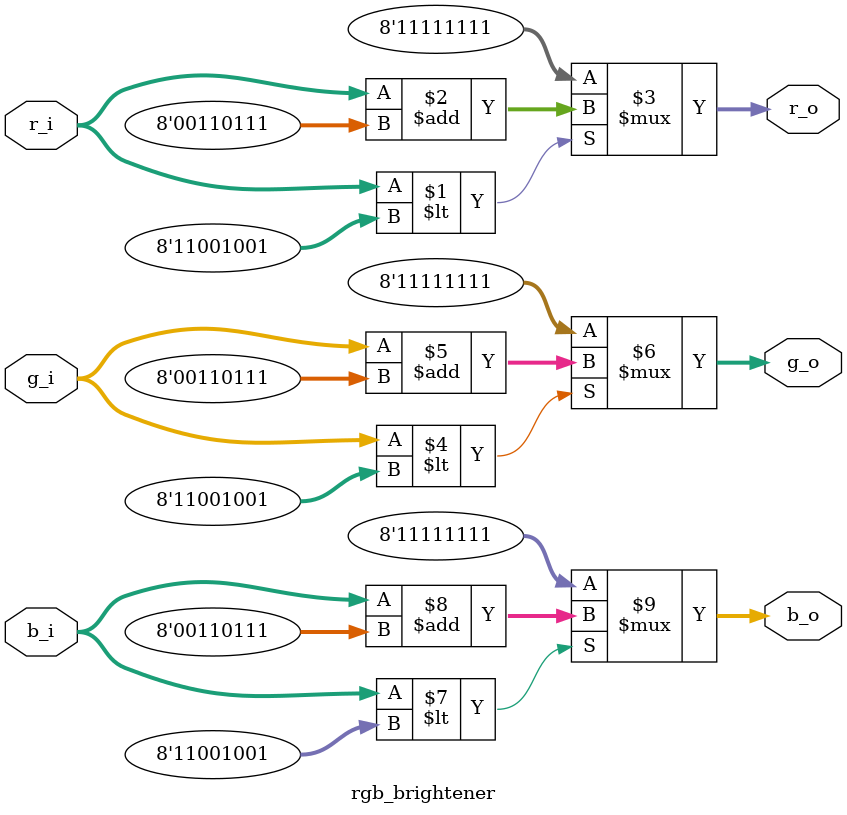
<source format=sv>
module rgb_brightener (
    input logic [7:0] r_i,
    input logic [7:0] g_i,
    input logic [7:0] b_i,
    
    output logic [7:0] r_o,
    output logic [7:0] g_o,
    output logic [7:0] b_o
);

    assign r_o = (r_i < 8'd201) ? (r_i + 8'd55) : 8'd255;
    assign g_o = (g_i < 8'd201) ? (g_i + 8'd55) : 8'd255;
    assign b_o = (b_i < 8'd201) ? (b_i + 8'd55) : 8'd255;

endmodule

</source>
